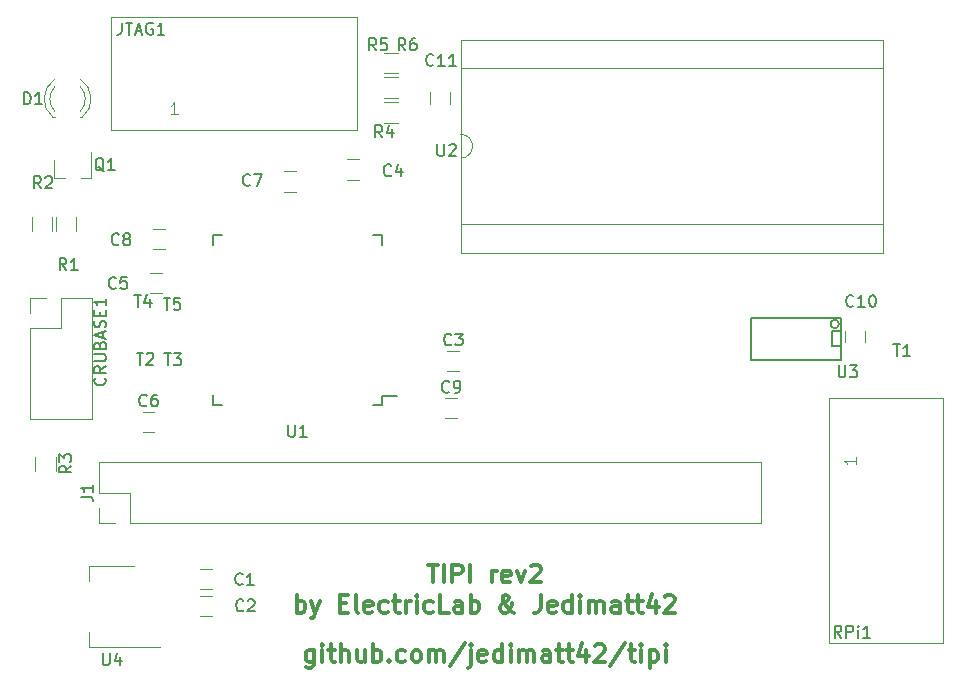
<source format=gbr>
G04 #@! TF.GenerationSoftware,KiCad,Pcbnew,5.1.5-52549c5~86~ubuntu19.10.1*
G04 #@! TF.CreationDate,2020-05-08T07:49:48-07:00*
G04 #@! TF.ProjectId,tipi,74697069-2e6b-4696-9361-645f70636258,2*
G04 #@! TF.SameCoordinates,Original*
G04 #@! TF.FileFunction,Legend,Top*
G04 #@! TF.FilePolarity,Positive*
%FSLAX46Y46*%
G04 Gerber Fmt 4.6, Leading zero omitted, Abs format (unit mm)*
G04 Created by KiCad (PCBNEW 5.1.5-52549c5~86~ubuntu19.10.1) date 2020-05-08 07:49:48*
%MOMM*%
%LPD*%
G04 APERTURE LIST*
%ADD10C,0.300000*%
%ADD11C,0.150000*%
%ADD12C,0.120000*%
G04 APERTURE END LIST*
D10*
X61311071Y-153031071D02*
X61311071Y-154245357D01*
X61239642Y-154388214D01*
X61168214Y-154459642D01*
X61025357Y-154531071D01*
X60811071Y-154531071D01*
X60668214Y-154459642D01*
X61311071Y-153959642D02*
X61168214Y-154031071D01*
X60882500Y-154031071D01*
X60739642Y-153959642D01*
X60668214Y-153888214D01*
X60596785Y-153745357D01*
X60596785Y-153316785D01*
X60668214Y-153173928D01*
X60739642Y-153102500D01*
X60882500Y-153031071D01*
X61168214Y-153031071D01*
X61311071Y-153102500D01*
X62025357Y-154031071D02*
X62025357Y-153031071D01*
X62025357Y-152531071D02*
X61953928Y-152602500D01*
X62025357Y-152673928D01*
X62096785Y-152602500D01*
X62025357Y-152531071D01*
X62025357Y-152673928D01*
X62525357Y-153031071D02*
X63096785Y-153031071D01*
X62739642Y-152531071D02*
X62739642Y-153816785D01*
X62811071Y-153959642D01*
X62953928Y-154031071D01*
X63096785Y-154031071D01*
X63596785Y-154031071D02*
X63596785Y-152531071D01*
X64239642Y-154031071D02*
X64239642Y-153245357D01*
X64168214Y-153102500D01*
X64025357Y-153031071D01*
X63811071Y-153031071D01*
X63668214Y-153102500D01*
X63596785Y-153173928D01*
X65596785Y-153031071D02*
X65596785Y-154031071D01*
X64953928Y-153031071D02*
X64953928Y-153816785D01*
X65025357Y-153959642D01*
X65168214Y-154031071D01*
X65382500Y-154031071D01*
X65525357Y-153959642D01*
X65596785Y-153888214D01*
X66311071Y-154031071D02*
X66311071Y-152531071D01*
X66311071Y-153102500D02*
X66453928Y-153031071D01*
X66739642Y-153031071D01*
X66882500Y-153102500D01*
X66953928Y-153173928D01*
X67025357Y-153316785D01*
X67025357Y-153745357D01*
X66953928Y-153888214D01*
X66882500Y-153959642D01*
X66739642Y-154031071D01*
X66453928Y-154031071D01*
X66311071Y-153959642D01*
X67668214Y-153888214D02*
X67739642Y-153959642D01*
X67668214Y-154031071D01*
X67596785Y-153959642D01*
X67668214Y-153888214D01*
X67668214Y-154031071D01*
X69025357Y-153959642D02*
X68882500Y-154031071D01*
X68596785Y-154031071D01*
X68453928Y-153959642D01*
X68382500Y-153888214D01*
X68311071Y-153745357D01*
X68311071Y-153316785D01*
X68382500Y-153173928D01*
X68453928Y-153102500D01*
X68596785Y-153031071D01*
X68882500Y-153031071D01*
X69025357Y-153102500D01*
X69882500Y-154031071D02*
X69739642Y-153959642D01*
X69668214Y-153888214D01*
X69596785Y-153745357D01*
X69596785Y-153316785D01*
X69668214Y-153173928D01*
X69739642Y-153102500D01*
X69882500Y-153031071D01*
X70096785Y-153031071D01*
X70239642Y-153102500D01*
X70311071Y-153173928D01*
X70382500Y-153316785D01*
X70382500Y-153745357D01*
X70311071Y-153888214D01*
X70239642Y-153959642D01*
X70096785Y-154031071D01*
X69882500Y-154031071D01*
X71025357Y-154031071D02*
X71025357Y-153031071D01*
X71025357Y-153173928D02*
X71096785Y-153102500D01*
X71239642Y-153031071D01*
X71453928Y-153031071D01*
X71596785Y-153102500D01*
X71668214Y-153245357D01*
X71668214Y-154031071D01*
X71668214Y-153245357D02*
X71739642Y-153102500D01*
X71882500Y-153031071D01*
X72096785Y-153031071D01*
X72239642Y-153102500D01*
X72311071Y-153245357D01*
X72311071Y-154031071D01*
X74096785Y-152459642D02*
X72811071Y-154388214D01*
X74596785Y-153031071D02*
X74596785Y-154316785D01*
X74525357Y-154459642D01*
X74382500Y-154531071D01*
X74311071Y-154531071D01*
X74596785Y-152531071D02*
X74525357Y-152602500D01*
X74596785Y-152673928D01*
X74668214Y-152602500D01*
X74596785Y-152531071D01*
X74596785Y-152673928D01*
X75882500Y-153959642D02*
X75739642Y-154031071D01*
X75453928Y-154031071D01*
X75311071Y-153959642D01*
X75239642Y-153816785D01*
X75239642Y-153245357D01*
X75311071Y-153102500D01*
X75453928Y-153031071D01*
X75739642Y-153031071D01*
X75882500Y-153102500D01*
X75953928Y-153245357D01*
X75953928Y-153388214D01*
X75239642Y-153531071D01*
X77239642Y-154031071D02*
X77239642Y-152531071D01*
X77239642Y-153959642D02*
X77096785Y-154031071D01*
X76811071Y-154031071D01*
X76668214Y-153959642D01*
X76596785Y-153888214D01*
X76525357Y-153745357D01*
X76525357Y-153316785D01*
X76596785Y-153173928D01*
X76668214Y-153102500D01*
X76811071Y-153031071D01*
X77096785Y-153031071D01*
X77239642Y-153102500D01*
X77953928Y-154031071D02*
X77953928Y-153031071D01*
X77953928Y-152531071D02*
X77882500Y-152602500D01*
X77953928Y-152673928D01*
X78025357Y-152602500D01*
X77953928Y-152531071D01*
X77953928Y-152673928D01*
X78668214Y-154031071D02*
X78668214Y-153031071D01*
X78668214Y-153173928D02*
X78739642Y-153102500D01*
X78882500Y-153031071D01*
X79096785Y-153031071D01*
X79239642Y-153102500D01*
X79311071Y-153245357D01*
X79311071Y-154031071D01*
X79311071Y-153245357D02*
X79382500Y-153102500D01*
X79525357Y-153031071D01*
X79739642Y-153031071D01*
X79882500Y-153102500D01*
X79953928Y-153245357D01*
X79953928Y-154031071D01*
X81311071Y-154031071D02*
X81311071Y-153245357D01*
X81239642Y-153102500D01*
X81096785Y-153031071D01*
X80811071Y-153031071D01*
X80668214Y-153102500D01*
X81311071Y-153959642D02*
X81168214Y-154031071D01*
X80811071Y-154031071D01*
X80668214Y-153959642D01*
X80596785Y-153816785D01*
X80596785Y-153673928D01*
X80668214Y-153531071D01*
X80811071Y-153459642D01*
X81168214Y-153459642D01*
X81311071Y-153388214D01*
X81811071Y-153031071D02*
X82382500Y-153031071D01*
X82025357Y-152531071D02*
X82025357Y-153816785D01*
X82096785Y-153959642D01*
X82239642Y-154031071D01*
X82382500Y-154031071D01*
X82668214Y-153031071D02*
X83239642Y-153031071D01*
X82882500Y-152531071D02*
X82882500Y-153816785D01*
X82953928Y-153959642D01*
X83096785Y-154031071D01*
X83239642Y-154031071D01*
X84382500Y-153031071D02*
X84382500Y-154031071D01*
X84025357Y-152459642D02*
X83668214Y-153531071D01*
X84596785Y-153531071D01*
X85096785Y-152673928D02*
X85168214Y-152602500D01*
X85311071Y-152531071D01*
X85668214Y-152531071D01*
X85811071Y-152602500D01*
X85882500Y-152673928D01*
X85953928Y-152816785D01*
X85953928Y-152959642D01*
X85882500Y-153173928D01*
X85025357Y-154031071D01*
X85953928Y-154031071D01*
X87668214Y-152459642D02*
X86382500Y-154388214D01*
X87953928Y-153031071D02*
X88525357Y-153031071D01*
X88168214Y-152531071D02*
X88168214Y-153816785D01*
X88239642Y-153959642D01*
X88382500Y-154031071D01*
X88525357Y-154031071D01*
X89025357Y-154031071D02*
X89025357Y-153031071D01*
X89025357Y-152531071D02*
X88953928Y-152602500D01*
X89025357Y-152673928D01*
X89096785Y-152602500D01*
X89025357Y-152531071D01*
X89025357Y-152673928D01*
X89739642Y-153031071D02*
X89739642Y-154531071D01*
X89739642Y-153102500D02*
X89882500Y-153031071D01*
X90168214Y-153031071D01*
X90311071Y-153102500D01*
X90382500Y-153173928D01*
X90453928Y-153316785D01*
X90453928Y-153745357D01*
X90382500Y-153888214D01*
X90311071Y-153959642D01*
X90168214Y-154031071D01*
X89882500Y-154031071D01*
X89739642Y-153959642D01*
X91096785Y-154031071D02*
X91096785Y-153031071D01*
X91096785Y-152531071D02*
X91025357Y-152602500D01*
X91096785Y-152673928D01*
X91168214Y-152602500D01*
X91096785Y-152531071D01*
X91096785Y-152673928D01*
X70961857Y-145795071D02*
X71819000Y-145795071D01*
X71390428Y-147295071D02*
X71390428Y-145795071D01*
X72319000Y-147295071D02*
X72319000Y-145795071D01*
X73033285Y-147295071D02*
X73033285Y-145795071D01*
X73604714Y-145795071D01*
X73747571Y-145866500D01*
X73819000Y-145937928D01*
X73890428Y-146080785D01*
X73890428Y-146295071D01*
X73819000Y-146437928D01*
X73747571Y-146509357D01*
X73604714Y-146580785D01*
X73033285Y-146580785D01*
X74533285Y-147295071D02*
X74533285Y-145795071D01*
X76390428Y-147295071D02*
X76390428Y-146295071D01*
X76390428Y-146580785D02*
X76461857Y-146437928D01*
X76533285Y-146366500D01*
X76676142Y-146295071D01*
X76819000Y-146295071D01*
X77890428Y-147223642D02*
X77747571Y-147295071D01*
X77461857Y-147295071D01*
X77319000Y-147223642D01*
X77247571Y-147080785D01*
X77247571Y-146509357D01*
X77319000Y-146366500D01*
X77461857Y-146295071D01*
X77747571Y-146295071D01*
X77890428Y-146366500D01*
X77961857Y-146509357D01*
X77961857Y-146652214D01*
X77247571Y-146795071D01*
X78461857Y-146295071D02*
X78819000Y-147295071D01*
X79176142Y-146295071D01*
X79676142Y-145937928D02*
X79747571Y-145866500D01*
X79890428Y-145795071D01*
X80247571Y-145795071D01*
X80390428Y-145866500D01*
X80461857Y-145937928D01*
X80533285Y-146080785D01*
X80533285Y-146223642D01*
X80461857Y-146437928D01*
X79604714Y-147295071D01*
X80533285Y-147295071D01*
X59854714Y-149845071D02*
X59854714Y-148345071D01*
X59854714Y-148916500D02*
X59997571Y-148845071D01*
X60283285Y-148845071D01*
X60426142Y-148916500D01*
X60497571Y-148987928D01*
X60569000Y-149130785D01*
X60569000Y-149559357D01*
X60497571Y-149702214D01*
X60426142Y-149773642D01*
X60283285Y-149845071D01*
X59997571Y-149845071D01*
X59854714Y-149773642D01*
X61069000Y-148845071D02*
X61426142Y-149845071D01*
X61783285Y-148845071D02*
X61426142Y-149845071D01*
X61283285Y-150202214D01*
X61211857Y-150273642D01*
X61069000Y-150345071D01*
X63497571Y-149059357D02*
X63997571Y-149059357D01*
X64211857Y-149845071D02*
X63497571Y-149845071D01*
X63497571Y-148345071D01*
X64211857Y-148345071D01*
X65069000Y-149845071D02*
X64926142Y-149773642D01*
X64854714Y-149630785D01*
X64854714Y-148345071D01*
X66211857Y-149773642D02*
X66069000Y-149845071D01*
X65783285Y-149845071D01*
X65640428Y-149773642D01*
X65569000Y-149630785D01*
X65569000Y-149059357D01*
X65640428Y-148916500D01*
X65783285Y-148845071D01*
X66069000Y-148845071D01*
X66211857Y-148916500D01*
X66283285Y-149059357D01*
X66283285Y-149202214D01*
X65569000Y-149345071D01*
X67569000Y-149773642D02*
X67426142Y-149845071D01*
X67140428Y-149845071D01*
X66997571Y-149773642D01*
X66926142Y-149702214D01*
X66854714Y-149559357D01*
X66854714Y-149130785D01*
X66926142Y-148987928D01*
X66997571Y-148916500D01*
X67140428Y-148845071D01*
X67426142Y-148845071D01*
X67569000Y-148916500D01*
X67997571Y-148845071D02*
X68569000Y-148845071D01*
X68211857Y-148345071D02*
X68211857Y-149630785D01*
X68283285Y-149773642D01*
X68426142Y-149845071D01*
X68569000Y-149845071D01*
X69069000Y-149845071D02*
X69069000Y-148845071D01*
X69069000Y-149130785D02*
X69140428Y-148987928D01*
X69211857Y-148916500D01*
X69354714Y-148845071D01*
X69497571Y-148845071D01*
X69997571Y-149845071D02*
X69997571Y-148845071D01*
X69997571Y-148345071D02*
X69926142Y-148416500D01*
X69997571Y-148487928D01*
X70069000Y-148416500D01*
X69997571Y-148345071D01*
X69997571Y-148487928D01*
X71354714Y-149773642D02*
X71211857Y-149845071D01*
X70926142Y-149845071D01*
X70783285Y-149773642D01*
X70711857Y-149702214D01*
X70640428Y-149559357D01*
X70640428Y-149130785D01*
X70711857Y-148987928D01*
X70783285Y-148916500D01*
X70926142Y-148845071D01*
X71211857Y-148845071D01*
X71354714Y-148916500D01*
X72711857Y-149845071D02*
X71997571Y-149845071D01*
X71997571Y-148345071D01*
X73854714Y-149845071D02*
X73854714Y-149059357D01*
X73783285Y-148916500D01*
X73640428Y-148845071D01*
X73354714Y-148845071D01*
X73211857Y-148916500D01*
X73854714Y-149773642D02*
X73711857Y-149845071D01*
X73354714Y-149845071D01*
X73211857Y-149773642D01*
X73140428Y-149630785D01*
X73140428Y-149487928D01*
X73211857Y-149345071D01*
X73354714Y-149273642D01*
X73711857Y-149273642D01*
X73854714Y-149202214D01*
X74569000Y-149845071D02*
X74569000Y-148345071D01*
X74569000Y-148916500D02*
X74711857Y-148845071D01*
X74997571Y-148845071D01*
X75140428Y-148916500D01*
X75211857Y-148987928D01*
X75283285Y-149130785D01*
X75283285Y-149559357D01*
X75211857Y-149702214D01*
X75140428Y-149773642D01*
X74997571Y-149845071D01*
X74711857Y-149845071D01*
X74569000Y-149773642D01*
X78283285Y-149845071D02*
X78211857Y-149845071D01*
X78069000Y-149773642D01*
X77854714Y-149559357D01*
X77497571Y-149130785D01*
X77354714Y-148916500D01*
X77283285Y-148702214D01*
X77283285Y-148559357D01*
X77354714Y-148416500D01*
X77497571Y-148345071D01*
X77569000Y-148345071D01*
X77711857Y-148416500D01*
X77783285Y-148559357D01*
X77783285Y-148630785D01*
X77711857Y-148773642D01*
X77640428Y-148845071D01*
X77211857Y-149130785D01*
X77140428Y-149202214D01*
X77069000Y-149345071D01*
X77069000Y-149559357D01*
X77140428Y-149702214D01*
X77211857Y-149773642D01*
X77354714Y-149845071D01*
X77569000Y-149845071D01*
X77711857Y-149773642D01*
X77783285Y-149702214D01*
X77997571Y-149416500D01*
X78069000Y-149202214D01*
X78069000Y-149059357D01*
X80497571Y-148345071D02*
X80497571Y-149416500D01*
X80426142Y-149630785D01*
X80283285Y-149773642D01*
X80069000Y-149845071D01*
X79926142Y-149845071D01*
X81783285Y-149773642D02*
X81640428Y-149845071D01*
X81354714Y-149845071D01*
X81211857Y-149773642D01*
X81140428Y-149630785D01*
X81140428Y-149059357D01*
X81211857Y-148916500D01*
X81354714Y-148845071D01*
X81640428Y-148845071D01*
X81783285Y-148916500D01*
X81854714Y-149059357D01*
X81854714Y-149202214D01*
X81140428Y-149345071D01*
X83140428Y-149845071D02*
X83140428Y-148345071D01*
X83140428Y-149773642D02*
X82997571Y-149845071D01*
X82711857Y-149845071D01*
X82569000Y-149773642D01*
X82497571Y-149702214D01*
X82426142Y-149559357D01*
X82426142Y-149130785D01*
X82497571Y-148987928D01*
X82569000Y-148916500D01*
X82711857Y-148845071D01*
X82997571Y-148845071D01*
X83140428Y-148916500D01*
X83854714Y-149845071D02*
X83854714Y-148845071D01*
X83854714Y-148345071D02*
X83783285Y-148416500D01*
X83854714Y-148487928D01*
X83926142Y-148416500D01*
X83854714Y-148345071D01*
X83854714Y-148487928D01*
X84569000Y-149845071D02*
X84569000Y-148845071D01*
X84569000Y-148987928D02*
X84640428Y-148916500D01*
X84783285Y-148845071D01*
X84997571Y-148845071D01*
X85140428Y-148916500D01*
X85211857Y-149059357D01*
X85211857Y-149845071D01*
X85211857Y-149059357D02*
X85283285Y-148916500D01*
X85426142Y-148845071D01*
X85640428Y-148845071D01*
X85783285Y-148916500D01*
X85854714Y-149059357D01*
X85854714Y-149845071D01*
X87211857Y-149845071D02*
X87211857Y-149059357D01*
X87140428Y-148916500D01*
X86997571Y-148845071D01*
X86711857Y-148845071D01*
X86569000Y-148916500D01*
X87211857Y-149773642D02*
X87069000Y-149845071D01*
X86711857Y-149845071D01*
X86569000Y-149773642D01*
X86497571Y-149630785D01*
X86497571Y-149487928D01*
X86569000Y-149345071D01*
X86711857Y-149273642D01*
X87069000Y-149273642D01*
X87211857Y-149202214D01*
X87711857Y-148845071D02*
X88283285Y-148845071D01*
X87926142Y-148345071D02*
X87926142Y-149630785D01*
X87997571Y-149773642D01*
X88140428Y-149845071D01*
X88283285Y-149845071D01*
X88569000Y-148845071D02*
X89140428Y-148845071D01*
X88783285Y-148345071D02*
X88783285Y-149630785D01*
X88854714Y-149773642D01*
X88997571Y-149845071D01*
X89140428Y-149845071D01*
X90283285Y-148845071D02*
X90283285Y-149845071D01*
X89926142Y-148273642D02*
X89569000Y-149345071D01*
X90497571Y-149345071D01*
X90997571Y-148487928D02*
X91069000Y-148416500D01*
X91211857Y-148345071D01*
X91569000Y-148345071D01*
X91711857Y-148416500D01*
X91783285Y-148487928D01*
X91854714Y-148630785D01*
X91854714Y-148773642D01*
X91783285Y-148987928D01*
X90926142Y-149845071D01*
X91854714Y-149845071D01*
D11*
X67072000Y-132239000D02*
X67072000Y-131514000D01*
X52722000Y-132239000D02*
X52722000Y-131439000D01*
X52722000Y-117889000D02*
X52722000Y-118689000D01*
X67072000Y-117889000D02*
X67072000Y-118689000D01*
X67072000Y-132239000D02*
X66272000Y-132239000D01*
X67072000Y-117889000D02*
X66272000Y-117889000D01*
X52722000Y-117889000D02*
X53522000Y-117889000D01*
X52722000Y-132239000D02*
X53522000Y-132239000D01*
X67072000Y-131514000D02*
X68347000Y-131514000D01*
D12*
X73730500Y-111363000D02*
X73730500Y-116943000D01*
X73730500Y-116943000D02*
X109530500Y-116943000D01*
X109530500Y-116943000D02*
X109530500Y-103783000D01*
X109530500Y-103783000D02*
X73730500Y-103783000D01*
X73730500Y-103783000D02*
X73730500Y-109363000D01*
X73730500Y-119373000D02*
X109530500Y-119373000D01*
X109530500Y-119373000D02*
X109530500Y-101353000D01*
X109530500Y-101353000D02*
X73730500Y-101353000D01*
X73730500Y-101353000D02*
X73730500Y-119373000D01*
X73730500Y-109363000D02*
G75*
G02X73730500Y-111363000I0J-1000000D01*
G01*
X47462500Y-122770000D02*
X48462500Y-122770000D01*
X48462500Y-121070000D02*
X47462500Y-121070000D01*
X47807500Y-132837500D02*
X46807500Y-132837500D01*
X46807500Y-134537500D02*
X47807500Y-134537500D01*
X44136500Y-99403500D02*
X64956500Y-99403500D01*
X64956500Y-99403500D02*
X64956500Y-109003500D01*
X64956500Y-109003500D02*
X44136500Y-109003500D01*
X44136500Y-109003500D02*
X44136500Y-99403500D01*
X39370892Y-104690165D02*
G75*
G03X39213984Y-107922500I1078608J-1672335D01*
G01*
X41528108Y-104690165D02*
G75*
G02X41685016Y-107922500I-1078608J-1672335D01*
G01*
X39369663Y-105321370D02*
G75*
G03X39369500Y-107403461I1079837J-1041130D01*
G01*
X41529337Y-105321370D02*
G75*
G02X41529500Y-107403461I-1079837J-1041130D01*
G01*
X39213500Y-107922500D02*
X39369500Y-107922500D01*
X41529500Y-107922500D02*
X41685500Y-107922500D01*
X45720000Y-142300000D02*
X99120000Y-142300000D01*
X99120000Y-142300000D02*
X99120000Y-137100000D01*
X99120000Y-137100000D02*
X43120000Y-137100000D01*
X43120000Y-137100000D02*
X43120000Y-139700000D01*
X43120000Y-139700000D02*
X45720000Y-139700000D01*
X45720000Y-139700000D02*
X45720000Y-142300000D01*
X44450000Y-142300000D02*
X43120000Y-142300000D01*
X43120000Y-142300000D02*
X43120000Y-140970000D01*
X114528000Y-131639500D02*
X114528000Y-152459500D01*
X114528000Y-152459500D02*
X104928000Y-152459500D01*
X104928000Y-152459500D02*
X104928000Y-131639500D01*
X104928000Y-131639500D02*
X114528000Y-131639500D01*
X37278000Y-125793500D02*
X37278000Y-133473500D01*
X37278000Y-133473500D02*
X42478000Y-133473500D01*
X42478000Y-133473500D02*
X42478000Y-123193500D01*
X42478000Y-123193500D02*
X39878000Y-123193500D01*
X39878000Y-123193500D02*
X39878000Y-125793500D01*
X39878000Y-125793500D02*
X37278000Y-125793500D01*
X37278000Y-124523500D02*
X37278000Y-123193500D01*
X37278000Y-123193500D02*
X38608000Y-123193500D01*
X39314000Y-113028000D02*
X40244000Y-113028000D01*
X42474000Y-113028000D02*
X41544000Y-113028000D01*
X42474000Y-113028000D02*
X42474000Y-110868000D01*
X39314000Y-113028000D02*
X39314000Y-111568000D01*
X39442500Y-117520000D02*
X39442500Y-116320000D01*
X41202500Y-116320000D02*
X41202500Y-117520000D01*
X39170500Y-116320000D02*
X39170500Y-117520000D01*
X37410500Y-117520000D02*
X37410500Y-116320000D01*
D11*
X98285300Y-128460500D02*
X105905300Y-128460500D01*
X105905300Y-124904500D02*
X98285300Y-124904500D01*
X98285300Y-128460500D02*
X98285300Y-124904500D01*
X105905300Y-124904500D02*
X105905300Y-128460500D01*
X105756510Y-125412500D02*
G75*
G03X105756510Y-125412500I-359210J0D01*
G01*
X105905300Y-127317500D02*
X105143300Y-127317500D01*
X105143300Y-127317500D02*
X105143300Y-126047500D01*
X105143300Y-126047500D02*
X105905300Y-126047500D01*
D12*
X47716500Y-119087000D02*
X48716500Y-119087000D01*
X48716500Y-117387000D02*
X47716500Y-117387000D01*
X68434500Y-108385500D02*
X67234500Y-108385500D01*
X67234500Y-106625500D02*
X68434500Y-106625500D01*
X68434500Y-106290000D02*
X67234500Y-106290000D01*
X67234500Y-104530000D02*
X68434500Y-104530000D01*
X68465000Y-104194500D02*
X67265000Y-104194500D01*
X67265000Y-102434500D02*
X68465000Y-102434500D01*
X52677000Y-146152500D02*
X51677000Y-146152500D01*
X51677000Y-147852500D02*
X52677000Y-147852500D01*
X52653500Y-148438500D02*
X51653500Y-148438500D01*
X51653500Y-150138500D02*
X52653500Y-150138500D01*
X73608500Y-127674000D02*
X72608500Y-127674000D01*
X72608500Y-129374000D02*
X73608500Y-129374000D01*
X64123000Y-113181500D02*
X65123000Y-113181500D01*
X65123000Y-111481500D02*
X64123000Y-111481500D01*
X58789000Y-114197500D02*
X59789000Y-114197500D01*
X59789000Y-112497500D02*
X58789000Y-112497500D01*
X73418000Y-131674500D02*
X72418000Y-131674500D01*
X72418000Y-133374500D02*
X73418000Y-133374500D01*
X107974500Y-126972000D02*
X107974500Y-125972000D01*
X106274500Y-125972000D02*
X106274500Y-126972000D01*
X71159000Y-105755500D02*
X71159000Y-106755500D01*
X72859000Y-106755500D02*
X72859000Y-105755500D01*
X37728000Y-137840000D02*
X37728000Y-136640000D01*
X39488000Y-136640000D02*
X39488000Y-137840000D01*
X42286000Y-145942000D02*
X42286000Y-147202000D01*
X42286000Y-152762000D02*
X42286000Y-151502000D01*
X46046000Y-145942000D02*
X42286000Y-145942000D01*
X48296000Y-152762000D02*
X42286000Y-152762000D01*
D11*
X59135095Y-133966380D02*
X59135095Y-134775904D01*
X59182714Y-134871142D01*
X59230333Y-134918761D01*
X59325571Y-134966380D01*
X59516047Y-134966380D01*
X59611285Y-134918761D01*
X59658904Y-134871142D01*
X59706523Y-134775904D01*
X59706523Y-133966380D01*
X60706523Y-134966380D02*
X60135095Y-134966380D01*
X60420809Y-134966380D02*
X60420809Y-133966380D01*
X60325571Y-134109238D01*
X60230333Y-134204476D01*
X60135095Y-134252095D01*
X71755095Y-110196380D02*
X71755095Y-111005904D01*
X71802714Y-111101142D01*
X71850333Y-111148761D01*
X71945571Y-111196380D01*
X72136047Y-111196380D01*
X72231285Y-111148761D01*
X72278904Y-111101142D01*
X72326523Y-111005904D01*
X72326523Y-110196380D01*
X72755095Y-110291619D02*
X72802714Y-110244000D01*
X72897952Y-110196380D01*
X73136047Y-110196380D01*
X73231285Y-110244000D01*
X73278904Y-110291619D01*
X73326523Y-110386857D01*
X73326523Y-110482095D01*
X73278904Y-110624952D01*
X72707476Y-111196380D01*
X73326523Y-111196380D01*
X44537333Y-122340642D02*
X44489714Y-122388261D01*
X44346857Y-122435880D01*
X44251619Y-122435880D01*
X44108761Y-122388261D01*
X44013523Y-122293023D01*
X43965904Y-122197785D01*
X43918285Y-122007309D01*
X43918285Y-121864452D01*
X43965904Y-121673976D01*
X44013523Y-121578738D01*
X44108761Y-121483500D01*
X44251619Y-121435880D01*
X44346857Y-121435880D01*
X44489714Y-121483500D01*
X44537333Y-121531119D01*
X45442095Y-121435880D02*
X44965904Y-121435880D01*
X44918285Y-121912071D01*
X44965904Y-121864452D01*
X45061142Y-121816833D01*
X45299238Y-121816833D01*
X45394476Y-121864452D01*
X45442095Y-121912071D01*
X45489714Y-122007309D01*
X45489714Y-122245404D01*
X45442095Y-122340642D01*
X45394476Y-122388261D01*
X45299238Y-122435880D01*
X45061142Y-122435880D01*
X44965904Y-122388261D01*
X44918285Y-122340642D01*
X47140833Y-132294642D02*
X47093214Y-132342261D01*
X46950357Y-132389880D01*
X46855119Y-132389880D01*
X46712261Y-132342261D01*
X46617023Y-132247023D01*
X46569404Y-132151785D01*
X46521785Y-131961309D01*
X46521785Y-131818452D01*
X46569404Y-131627976D01*
X46617023Y-131532738D01*
X46712261Y-131437500D01*
X46855119Y-131389880D01*
X46950357Y-131389880D01*
X47093214Y-131437500D01*
X47140833Y-131485119D01*
X47997976Y-131389880D02*
X47807500Y-131389880D01*
X47712261Y-131437500D01*
X47664642Y-131485119D01*
X47569404Y-131627976D01*
X47521785Y-131818452D01*
X47521785Y-132199404D01*
X47569404Y-132294642D01*
X47617023Y-132342261D01*
X47712261Y-132389880D01*
X47902738Y-132389880D01*
X47997976Y-132342261D01*
X48045595Y-132294642D01*
X48093214Y-132199404D01*
X48093214Y-131961309D01*
X48045595Y-131866071D01*
X47997976Y-131818452D01*
X47902738Y-131770833D01*
X47712261Y-131770833D01*
X47617023Y-131818452D01*
X47569404Y-131866071D01*
X47521785Y-131961309D01*
X45029642Y-99909380D02*
X45029642Y-100623666D01*
X44982023Y-100766523D01*
X44886785Y-100861761D01*
X44743928Y-100909380D01*
X44648690Y-100909380D01*
X45362976Y-99909380D02*
X45934404Y-99909380D01*
X45648690Y-100909380D02*
X45648690Y-99909380D01*
X46220119Y-100623666D02*
X46696309Y-100623666D01*
X46124880Y-100909380D02*
X46458214Y-99909380D01*
X46791547Y-100909380D01*
X47648690Y-99957000D02*
X47553452Y-99909380D01*
X47410595Y-99909380D01*
X47267738Y-99957000D01*
X47172500Y-100052238D01*
X47124880Y-100147476D01*
X47077261Y-100337952D01*
X47077261Y-100480809D01*
X47124880Y-100671285D01*
X47172500Y-100766523D01*
X47267738Y-100861761D01*
X47410595Y-100909380D01*
X47505833Y-100909380D01*
X47648690Y-100861761D01*
X47696309Y-100814142D01*
X47696309Y-100480809D01*
X47505833Y-100480809D01*
X48648690Y-100909380D02*
X48077261Y-100909380D01*
X48362976Y-100909380D02*
X48362976Y-99909380D01*
X48267738Y-100052238D01*
X48172500Y-100147476D01*
X48077261Y-100195095D01*
D12*
X49772214Y-107645880D02*
X49200785Y-107645880D01*
X49486500Y-107645880D02*
X49486500Y-106645880D01*
X49391261Y-106788738D01*
X49296023Y-106883976D01*
X49200785Y-106931595D01*
D11*
X36751404Y-106814880D02*
X36751404Y-105814880D01*
X36989500Y-105814880D01*
X37132357Y-105862500D01*
X37227595Y-105957738D01*
X37275214Y-106052976D01*
X37322833Y-106243452D01*
X37322833Y-106386309D01*
X37275214Y-106576785D01*
X37227595Y-106672023D01*
X37132357Y-106767261D01*
X36989500Y-106814880D01*
X36751404Y-106814880D01*
X38275214Y-106814880D02*
X37703785Y-106814880D01*
X37989500Y-106814880D02*
X37989500Y-105814880D01*
X37894261Y-105957738D01*
X37799023Y-106052976D01*
X37703785Y-106100595D01*
X41572380Y-140033333D02*
X42286666Y-140033333D01*
X42429523Y-140080952D01*
X42524761Y-140176190D01*
X42572380Y-140319047D01*
X42572380Y-140414285D01*
X42572380Y-139033333D02*
X42572380Y-139604761D01*
X42572380Y-139319047D02*
X41572380Y-139319047D01*
X41715238Y-139414285D01*
X41810476Y-139509523D01*
X41858095Y-139604761D01*
X105965738Y-151963380D02*
X105632404Y-151487190D01*
X105394309Y-151963380D02*
X105394309Y-150963380D01*
X105775261Y-150963380D01*
X105870500Y-151011000D01*
X105918119Y-151058619D01*
X105965738Y-151153857D01*
X105965738Y-151296714D01*
X105918119Y-151391952D01*
X105870500Y-151439571D01*
X105775261Y-151487190D01*
X105394309Y-151487190D01*
X106394309Y-151963380D02*
X106394309Y-150963380D01*
X106775261Y-150963380D01*
X106870500Y-151011000D01*
X106918119Y-151058619D01*
X106965738Y-151153857D01*
X106965738Y-151296714D01*
X106918119Y-151391952D01*
X106870500Y-151439571D01*
X106775261Y-151487190D01*
X106394309Y-151487190D01*
X107394309Y-151963380D02*
X107394309Y-151296714D01*
X107394309Y-150963380D02*
X107346690Y-151011000D01*
X107394309Y-151058619D01*
X107441928Y-151011000D01*
X107394309Y-150963380D01*
X107394309Y-151058619D01*
X108394309Y-151963380D02*
X107822880Y-151963380D01*
X108108595Y-151963380D02*
X108108595Y-150963380D01*
X108013357Y-151106238D01*
X107918119Y-151201476D01*
X107822880Y-151249095D01*
D12*
X107190380Y-136703785D02*
X107190380Y-137275214D01*
X107190380Y-136989500D02*
X106190380Y-136989500D01*
X106333238Y-137084738D01*
X106428476Y-137179976D01*
X106476095Y-137275214D01*
D11*
X43600642Y-129984119D02*
X43648261Y-130031738D01*
X43695880Y-130174595D01*
X43695880Y-130269833D01*
X43648261Y-130412690D01*
X43553023Y-130507928D01*
X43457785Y-130555547D01*
X43267309Y-130603166D01*
X43124452Y-130603166D01*
X42933976Y-130555547D01*
X42838738Y-130507928D01*
X42743500Y-130412690D01*
X42695880Y-130269833D01*
X42695880Y-130174595D01*
X42743500Y-130031738D01*
X42791119Y-129984119D01*
X43695880Y-128984119D02*
X43219690Y-129317452D01*
X43695880Y-129555547D02*
X42695880Y-129555547D01*
X42695880Y-129174595D01*
X42743500Y-129079357D01*
X42791119Y-129031738D01*
X42886357Y-128984119D01*
X43029214Y-128984119D01*
X43124452Y-129031738D01*
X43172071Y-129079357D01*
X43219690Y-129174595D01*
X43219690Y-129555547D01*
X42695880Y-128555547D02*
X43505404Y-128555547D01*
X43600642Y-128507928D01*
X43648261Y-128460309D01*
X43695880Y-128365071D01*
X43695880Y-128174595D01*
X43648261Y-128079357D01*
X43600642Y-128031738D01*
X43505404Y-127984119D01*
X42695880Y-127984119D01*
X43172071Y-127174595D02*
X43219690Y-127031738D01*
X43267309Y-126984119D01*
X43362547Y-126936500D01*
X43505404Y-126936500D01*
X43600642Y-126984119D01*
X43648261Y-127031738D01*
X43695880Y-127126976D01*
X43695880Y-127507928D01*
X42695880Y-127507928D01*
X42695880Y-127174595D01*
X42743500Y-127079357D01*
X42791119Y-127031738D01*
X42886357Y-126984119D01*
X42981595Y-126984119D01*
X43076833Y-127031738D01*
X43124452Y-127079357D01*
X43172071Y-127174595D01*
X43172071Y-127507928D01*
X43410166Y-126555547D02*
X43410166Y-126079357D01*
X43695880Y-126650785D02*
X42695880Y-126317452D01*
X43695880Y-125984119D01*
X43648261Y-125698404D02*
X43695880Y-125555547D01*
X43695880Y-125317452D01*
X43648261Y-125222214D01*
X43600642Y-125174595D01*
X43505404Y-125126976D01*
X43410166Y-125126976D01*
X43314928Y-125174595D01*
X43267309Y-125222214D01*
X43219690Y-125317452D01*
X43172071Y-125507928D01*
X43124452Y-125603166D01*
X43076833Y-125650785D01*
X42981595Y-125698404D01*
X42886357Y-125698404D01*
X42791119Y-125650785D01*
X42743500Y-125603166D01*
X42695880Y-125507928D01*
X42695880Y-125269833D01*
X42743500Y-125126976D01*
X43172071Y-124698404D02*
X43172071Y-124365071D01*
X43695880Y-124222214D02*
X43695880Y-124698404D01*
X42695880Y-124698404D01*
X42695880Y-124222214D01*
X43695880Y-123269833D02*
X43695880Y-123841261D01*
X43695880Y-123555547D02*
X42695880Y-123555547D01*
X42838738Y-123650785D01*
X42933976Y-123746023D01*
X42981595Y-123841261D01*
X43529261Y-112498119D02*
X43434023Y-112450500D01*
X43338785Y-112355261D01*
X43195928Y-112212404D01*
X43100690Y-112164785D01*
X43005452Y-112164785D01*
X43053071Y-112402880D02*
X42957833Y-112355261D01*
X42862595Y-112260023D01*
X42814976Y-112069547D01*
X42814976Y-111736214D01*
X42862595Y-111545738D01*
X42957833Y-111450500D01*
X43053071Y-111402880D01*
X43243547Y-111402880D01*
X43338785Y-111450500D01*
X43434023Y-111545738D01*
X43481642Y-111736214D01*
X43481642Y-112069547D01*
X43434023Y-112260023D01*
X43338785Y-112355261D01*
X43243547Y-112402880D01*
X43053071Y-112402880D01*
X44434023Y-112402880D02*
X43862595Y-112402880D01*
X44148309Y-112402880D02*
X44148309Y-111402880D01*
X44053071Y-111545738D01*
X43957833Y-111640976D01*
X43862595Y-111688595D01*
X40346333Y-120848380D02*
X40013000Y-120372190D01*
X39774904Y-120848380D02*
X39774904Y-119848380D01*
X40155857Y-119848380D01*
X40251095Y-119896000D01*
X40298714Y-119943619D01*
X40346333Y-120038857D01*
X40346333Y-120181714D01*
X40298714Y-120276952D01*
X40251095Y-120324571D01*
X40155857Y-120372190D01*
X39774904Y-120372190D01*
X41298714Y-120848380D02*
X40727285Y-120848380D01*
X41013000Y-120848380D02*
X41013000Y-119848380D01*
X40917761Y-119991238D01*
X40822523Y-120086476D01*
X40727285Y-120134095D01*
X38187333Y-113926880D02*
X37854000Y-113450690D01*
X37615904Y-113926880D02*
X37615904Y-112926880D01*
X37996857Y-112926880D01*
X38092095Y-112974500D01*
X38139714Y-113022119D01*
X38187333Y-113117357D01*
X38187333Y-113260214D01*
X38139714Y-113355452D01*
X38092095Y-113403071D01*
X37996857Y-113450690D01*
X37615904Y-113450690D01*
X38568285Y-113022119D02*
X38615904Y-112974500D01*
X38711142Y-112926880D01*
X38949238Y-112926880D01*
X39044476Y-112974500D01*
X39092095Y-113022119D01*
X39139714Y-113117357D01*
X39139714Y-113212595D01*
X39092095Y-113355452D01*
X38520666Y-113926880D01*
X39139714Y-113926880D01*
X105727595Y-128928880D02*
X105727595Y-129738404D01*
X105775214Y-129833642D01*
X105822833Y-129881261D01*
X105918071Y-129928880D01*
X106108547Y-129928880D01*
X106203785Y-129881261D01*
X106251404Y-129833642D01*
X106299023Y-129738404D01*
X106299023Y-128928880D01*
X106679976Y-128928880D02*
X107299023Y-128928880D01*
X106965690Y-129309833D01*
X107108547Y-129309833D01*
X107203785Y-129357452D01*
X107251404Y-129405071D01*
X107299023Y-129500309D01*
X107299023Y-129738404D01*
X107251404Y-129833642D01*
X107203785Y-129881261D01*
X107108547Y-129928880D01*
X106822833Y-129928880D01*
X106727595Y-129881261D01*
X106679976Y-129833642D01*
X44791333Y-118657642D02*
X44743714Y-118705261D01*
X44600857Y-118752880D01*
X44505619Y-118752880D01*
X44362761Y-118705261D01*
X44267523Y-118610023D01*
X44219904Y-118514785D01*
X44172285Y-118324309D01*
X44172285Y-118181452D01*
X44219904Y-117990976D01*
X44267523Y-117895738D01*
X44362761Y-117800500D01*
X44505619Y-117752880D01*
X44600857Y-117752880D01*
X44743714Y-117800500D01*
X44791333Y-117848119D01*
X45362761Y-118181452D02*
X45267523Y-118133833D01*
X45219904Y-118086214D01*
X45172285Y-117990976D01*
X45172285Y-117943357D01*
X45219904Y-117848119D01*
X45267523Y-117800500D01*
X45362761Y-117752880D01*
X45553238Y-117752880D01*
X45648476Y-117800500D01*
X45696095Y-117848119D01*
X45743714Y-117943357D01*
X45743714Y-117990976D01*
X45696095Y-118086214D01*
X45648476Y-118133833D01*
X45553238Y-118181452D01*
X45362761Y-118181452D01*
X45267523Y-118229071D01*
X45219904Y-118276690D01*
X45172285Y-118371928D01*
X45172285Y-118562404D01*
X45219904Y-118657642D01*
X45267523Y-118705261D01*
X45362761Y-118752880D01*
X45553238Y-118752880D01*
X45648476Y-118705261D01*
X45696095Y-118657642D01*
X45743714Y-118562404D01*
X45743714Y-118371928D01*
X45696095Y-118276690D01*
X45648476Y-118229071D01*
X45553238Y-118181452D01*
X67079833Y-109608880D02*
X66746500Y-109132690D01*
X66508404Y-109608880D02*
X66508404Y-108608880D01*
X66889357Y-108608880D01*
X66984595Y-108656500D01*
X67032214Y-108704119D01*
X67079833Y-108799357D01*
X67079833Y-108942214D01*
X67032214Y-109037452D01*
X66984595Y-109085071D01*
X66889357Y-109132690D01*
X66508404Y-109132690D01*
X67936976Y-108942214D02*
X67936976Y-109608880D01*
X67698880Y-108561261D02*
X67460785Y-109275547D01*
X68079833Y-109275547D01*
X66571833Y-102242880D02*
X66238500Y-101766690D01*
X66000404Y-102242880D02*
X66000404Y-101242880D01*
X66381357Y-101242880D01*
X66476595Y-101290500D01*
X66524214Y-101338119D01*
X66571833Y-101433357D01*
X66571833Y-101576214D01*
X66524214Y-101671452D01*
X66476595Y-101719071D01*
X66381357Y-101766690D01*
X66000404Y-101766690D01*
X67476595Y-101242880D02*
X67000404Y-101242880D01*
X66952785Y-101719071D01*
X67000404Y-101671452D01*
X67095642Y-101623833D01*
X67333738Y-101623833D01*
X67428976Y-101671452D01*
X67476595Y-101719071D01*
X67524214Y-101814309D01*
X67524214Y-102052404D01*
X67476595Y-102147642D01*
X67428976Y-102195261D01*
X67333738Y-102242880D01*
X67095642Y-102242880D01*
X67000404Y-102195261D01*
X66952785Y-102147642D01*
X69048333Y-102242880D02*
X68715000Y-101766690D01*
X68476904Y-102242880D02*
X68476904Y-101242880D01*
X68857857Y-101242880D01*
X68953095Y-101290500D01*
X69000714Y-101338119D01*
X69048333Y-101433357D01*
X69048333Y-101576214D01*
X69000714Y-101671452D01*
X68953095Y-101719071D01*
X68857857Y-101766690D01*
X68476904Y-101766690D01*
X69905476Y-101242880D02*
X69715000Y-101242880D01*
X69619761Y-101290500D01*
X69572142Y-101338119D01*
X69476904Y-101480976D01*
X69429285Y-101671452D01*
X69429285Y-102052404D01*
X69476904Y-102147642D01*
X69524523Y-102195261D01*
X69619761Y-102242880D01*
X69810238Y-102242880D01*
X69905476Y-102195261D01*
X69953095Y-102147642D01*
X70000714Y-102052404D01*
X70000714Y-101814309D01*
X69953095Y-101719071D01*
X69905476Y-101671452D01*
X69810238Y-101623833D01*
X69619761Y-101623833D01*
X69524523Y-101671452D01*
X69476904Y-101719071D01*
X69429285Y-101814309D01*
X55268833Y-147423142D02*
X55221214Y-147470761D01*
X55078357Y-147518380D01*
X54983119Y-147518380D01*
X54840261Y-147470761D01*
X54745023Y-147375523D01*
X54697404Y-147280285D01*
X54649785Y-147089809D01*
X54649785Y-146946952D01*
X54697404Y-146756476D01*
X54745023Y-146661238D01*
X54840261Y-146566000D01*
X54983119Y-146518380D01*
X55078357Y-146518380D01*
X55221214Y-146566000D01*
X55268833Y-146613619D01*
X56221214Y-147518380D02*
X55649785Y-147518380D01*
X55935500Y-147518380D02*
X55935500Y-146518380D01*
X55840261Y-146661238D01*
X55745023Y-146756476D01*
X55649785Y-146804095D01*
X55332333Y-149645642D02*
X55284714Y-149693261D01*
X55141857Y-149740880D01*
X55046619Y-149740880D01*
X54903761Y-149693261D01*
X54808523Y-149598023D01*
X54760904Y-149502785D01*
X54713285Y-149312309D01*
X54713285Y-149169452D01*
X54760904Y-148978976D01*
X54808523Y-148883738D01*
X54903761Y-148788500D01*
X55046619Y-148740880D01*
X55141857Y-148740880D01*
X55284714Y-148788500D01*
X55332333Y-148836119D01*
X55713285Y-148836119D02*
X55760904Y-148788500D01*
X55856142Y-148740880D01*
X56094238Y-148740880D01*
X56189476Y-148788500D01*
X56237095Y-148836119D01*
X56284714Y-148931357D01*
X56284714Y-149026595D01*
X56237095Y-149169452D01*
X55665666Y-149740880D01*
X56284714Y-149740880D01*
X72941833Y-127131142D02*
X72894214Y-127178761D01*
X72751357Y-127226380D01*
X72656119Y-127226380D01*
X72513261Y-127178761D01*
X72418023Y-127083523D01*
X72370404Y-126988285D01*
X72322785Y-126797809D01*
X72322785Y-126654952D01*
X72370404Y-126464476D01*
X72418023Y-126369238D01*
X72513261Y-126274000D01*
X72656119Y-126226380D01*
X72751357Y-126226380D01*
X72894214Y-126274000D01*
X72941833Y-126321619D01*
X73275166Y-126226380D02*
X73894214Y-126226380D01*
X73560880Y-126607333D01*
X73703738Y-126607333D01*
X73798976Y-126654952D01*
X73846595Y-126702571D01*
X73894214Y-126797809D01*
X73894214Y-127035904D01*
X73846595Y-127131142D01*
X73798976Y-127178761D01*
X73703738Y-127226380D01*
X73418023Y-127226380D01*
X73322785Y-127178761D01*
X73275166Y-127131142D01*
X67841833Y-112815642D02*
X67794214Y-112863261D01*
X67651357Y-112910880D01*
X67556119Y-112910880D01*
X67413261Y-112863261D01*
X67318023Y-112768023D01*
X67270404Y-112672785D01*
X67222785Y-112482309D01*
X67222785Y-112339452D01*
X67270404Y-112148976D01*
X67318023Y-112053738D01*
X67413261Y-111958500D01*
X67556119Y-111910880D01*
X67651357Y-111910880D01*
X67794214Y-111958500D01*
X67841833Y-112006119D01*
X68698976Y-112244214D02*
X68698976Y-112910880D01*
X68460880Y-111863261D02*
X68222785Y-112577547D01*
X68841833Y-112577547D01*
X55903833Y-113641142D02*
X55856214Y-113688761D01*
X55713357Y-113736380D01*
X55618119Y-113736380D01*
X55475261Y-113688761D01*
X55380023Y-113593523D01*
X55332404Y-113498285D01*
X55284785Y-113307809D01*
X55284785Y-113164952D01*
X55332404Y-112974476D01*
X55380023Y-112879238D01*
X55475261Y-112784000D01*
X55618119Y-112736380D01*
X55713357Y-112736380D01*
X55856214Y-112784000D01*
X55903833Y-112831619D01*
X56237166Y-112736380D02*
X56903833Y-112736380D01*
X56475261Y-113736380D01*
X72751333Y-131131642D02*
X72703714Y-131179261D01*
X72560857Y-131226880D01*
X72465619Y-131226880D01*
X72322761Y-131179261D01*
X72227523Y-131084023D01*
X72179904Y-130988785D01*
X72132285Y-130798309D01*
X72132285Y-130655452D01*
X72179904Y-130464976D01*
X72227523Y-130369738D01*
X72322761Y-130274500D01*
X72465619Y-130226880D01*
X72560857Y-130226880D01*
X72703714Y-130274500D01*
X72751333Y-130322119D01*
X73227523Y-131226880D02*
X73418000Y-131226880D01*
X73513238Y-131179261D01*
X73560857Y-131131642D01*
X73656095Y-130988785D01*
X73703714Y-130798309D01*
X73703714Y-130417357D01*
X73656095Y-130322119D01*
X73608476Y-130274500D01*
X73513238Y-130226880D01*
X73322761Y-130226880D01*
X73227523Y-130274500D01*
X73179904Y-130322119D01*
X73132285Y-130417357D01*
X73132285Y-130655452D01*
X73179904Y-130750690D01*
X73227523Y-130798309D01*
X73322761Y-130845928D01*
X73513238Y-130845928D01*
X73608476Y-130798309D01*
X73656095Y-130750690D01*
X73703714Y-130655452D01*
X106989642Y-123864642D02*
X106942023Y-123912261D01*
X106799166Y-123959880D01*
X106703928Y-123959880D01*
X106561071Y-123912261D01*
X106465833Y-123817023D01*
X106418214Y-123721785D01*
X106370595Y-123531309D01*
X106370595Y-123388452D01*
X106418214Y-123197976D01*
X106465833Y-123102738D01*
X106561071Y-123007500D01*
X106703928Y-122959880D01*
X106799166Y-122959880D01*
X106942023Y-123007500D01*
X106989642Y-123055119D01*
X107942023Y-123959880D02*
X107370595Y-123959880D01*
X107656309Y-123959880D02*
X107656309Y-122959880D01*
X107561071Y-123102738D01*
X107465833Y-123197976D01*
X107370595Y-123245595D01*
X108561071Y-122959880D02*
X108656309Y-122959880D01*
X108751547Y-123007500D01*
X108799166Y-123055119D01*
X108846785Y-123150357D01*
X108894404Y-123340833D01*
X108894404Y-123578928D01*
X108846785Y-123769404D01*
X108799166Y-123864642D01*
X108751547Y-123912261D01*
X108656309Y-123959880D01*
X108561071Y-123959880D01*
X108465833Y-123912261D01*
X108418214Y-123864642D01*
X108370595Y-123769404D01*
X108322976Y-123578928D01*
X108322976Y-123340833D01*
X108370595Y-123150357D01*
X108418214Y-123055119D01*
X108465833Y-123007500D01*
X108561071Y-122959880D01*
X71429642Y-103481142D02*
X71382023Y-103528761D01*
X71239166Y-103576380D01*
X71143928Y-103576380D01*
X71001071Y-103528761D01*
X70905833Y-103433523D01*
X70858214Y-103338285D01*
X70810595Y-103147809D01*
X70810595Y-103004952D01*
X70858214Y-102814476D01*
X70905833Y-102719238D01*
X71001071Y-102624000D01*
X71143928Y-102576380D01*
X71239166Y-102576380D01*
X71382023Y-102624000D01*
X71429642Y-102671619D01*
X72382023Y-103576380D02*
X71810595Y-103576380D01*
X72096309Y-103576380D02*
X72096309Y-102576380D01*
X72001071Y-102719238D01*
X71905833Y-102814476D01*
X71810595Y-102862095D01*
X73334404Y-103576380D02*
X72762976Y-103576380D01*
X73048690Y-103576380D02*
X73048690Y-102576380D01*
X72953452Y-102719238D01*
X72858214Y-102814476D01*
X72762976Y-102862095D01*
X110363095Y-127150880D02*
X110934523Y-127150880D01*
X110648809Y-128150880D02*
X110648809Y-127150880D01*
X111791666Y-128150880D02*
X111220238Y-128150880D01*
X111505952Y-128150880D02*
X111505952Y-127150880D01*
X111410714Y-127293738D01*
X111315476Y-127388976D01*
X111220238Y-127436595D01*
X46291595Y-127849380D02*
X46863023Y-127849380D01*
X46577309Y-128849380D02*
X46577309Y-127849380D01*
X47148738Y-127944619D02*
X47196357Y-127897000D01*
X47291595Y-127849380D01*
X47529690Y-127849380D01*
X47624928Y-127897000D01*
X47672547Y-127944619D01*
X47720166Y-128039857D01*
X47720166Y-128135095D01*
X47672547Y-128277952D01*
X47101119Y-128849380D01*
X47720166Y-128849380D01*
X48641095Y-127912880D02*
X49212523Y-127912880D01*
X48926809Y-128912880D02*
X48926809Y-127912880D01*
X49450619Y-127912880D02*
X50069666Y-127912880D01*
X49736333Y-128293833D01*
X49879190Y-128293833D01*
X49974428Y-128341452D01*
X50022047Y-128389071D01*
X50069666Y-128484309D01*
X50069666Y-128722404D01*
X50022047Y-128817642D01*
X49974428Y-128865261D01*
X49879190Y-128912880D01*
X49593476Y-128912880D01*
X49498238Y-128865261D01*
X49450619Y-128817642D01*
X46101095Y-122959880D02*
X46672523Y-122959880D01*
X46386809Y-123959880D02*
X46386809Y-122959880D01*
X47434428Y-123293214D02*
X47434428Y-123959880D01*
X47196333Y-122912261D02*
X46958238Y-123626547D01*
X47577285Y-123626547D01*
X48577595Y-123213880D02*
X49149023Y-123213880D01*
X48863309Y-124213880D02*
X48863309Y-123213880D01*
X49958547Y-123213880D02*
X49482357Y-123213880D01*
X49434738Y-123690071D01*
X49482357Y-123642452D01*
X49577595Y-123594833D01*
X49815690Y-123594833D01*
X49910928Y-123642452D01*
X49958547Y-123690071D01*
X50006166Y-123785309D01*
X50006166Y-124023404D01*
X49958547Y-124118642D01*
X49910928Y-124166261D01*
X49815690Y-124213880D01*
X49577595Y-124213880D01*
X49482357Y-124166261D01*
X49434738Y-124118642D01*
X40760380Y-137406666D02*
X40284190Y-137740000D01*
X40760380Y-137978095D02*
X39760380Y-137978095D01*
X39760380Y-137597142D01*
X39808000Y-137501904D01*
X39855619Y-137454285D01*
X39950857Y-137406666D01*
X40093714Y-137406666D01*
X40188952Y-137454285D01*
X40236571Y-137501904D01*
X40284190Y-137597142D01*
X40284190Y-137978095D01*
X39760380Y-137073333D02*
X39760380Y-136454285D01*
X40141333Y-136787619D01*
X40141333Y-136644761D01*
X40188952Y-136549523D01*
X40236571Y-136501904D01*
X40331809Y-136454285D01*
X40569904Y-136454285D01*
X40665142Y-136501904D01*
X40712761Y-136549523D01*
X40760380Y-136644761D01*
X40760380Y-136930476D01*
X40712761Y-137025714D01*
X40665142Y-137073333D01*
X43434095Y-153304380D02*
X43434095Y-154113904D01*
X43481714Y-154209142D01*
X43529333Y-154256761D01*
X43624571Y-154304380D01*
X43815047Y-154304380D01*
X43910285Y-154256761D01*
X43957904Y-154209142D01*
X44005523Y-154113904D01*
X44005523Y-153304380D01*
X44910285Y-153637714D02*
X44910285Y-154304380D01*
X44672190Y-153256761D02*
X44434095Y-153971047D01*
X45053142Y-153971047D01*
M02*

</source>
